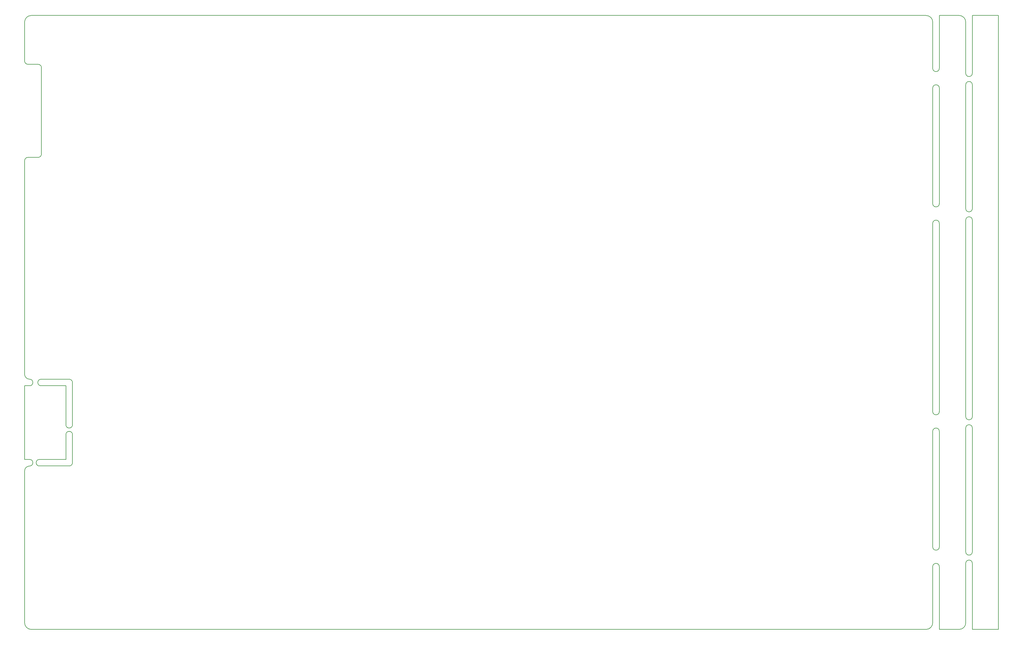
<source format=gm1>
G04 #@! TF.GenerationSoftware,KiCad,Pcbnew,no-vcs-found-1e87ae6~58~ubuntu14.04.1*
G04 #@! TF.CreationDate,2017-07-03T13:26:03+09:00*
G04 #@! TF.ProjectId,dotmatrix_64x48,646F746D61747269785F36347834382E,rev?*
G04 #@! TF.SameCoordinates,Original
G04 #@! TF.FileFunction,Profile,NP*
%FSLAX46Y46*%
G04 Gerber Fmt 4.6, Leading zero omitted, Abs format (unit mm)*
G04 Created by KiCad (PCBNEW no-vcs-found-1e87ae6~58~ubuntu14.04.1) date Mon Jul  3 13:26:03 2017*
%MOMM*%
%LPD*%
G01*
G04 APERTURE LIST*
%ADD10C,0.100000*%
%ADD11C,0.150000*%
G04 APERTURE END LIST*
D10*
D11*
X295000000Y-198000000D02*
G75*
G03X297000000Y-196000000I0J2000000D01*
G01*
X297000000Y-14000000D02*
G75*
G03X295000000Y-12000000I-2000000J0D01*
G01*
X295000000Y-198000000D02*
X289000000Y-198000000D01*
X289000000Y-198000000D02*
X289000000Y-179000000D01*
X295000000Y-12000000D02*
X289000000Y-12000000D01*
X289000000Y-12000000D02*
X289000000Y-28000000D01*
X287000000Y-28000000D02*
G75*
G03X289000000Y-28000000I1000000J0D01*
G01*
X289000000Y-179000000D02*
G75*
G03X287000000Y-179000000I-1000000J0D01*
G01*
X289000000Y-173000000D02*
X289000000Y-157500000D01*
X287000000Y-173000000D02*
G75*
G03X289000000Y-173000000I1000000J0D01*
G01*
X289000000Y-138000000D02*
G75*
G03X287000000Y-138000000I-1000000J0D01*
G01*
X289000000Y-154000000D02*
X289000000Y-138000000D01*
X289000000Y-154000000D02*
X289000000Y-157500000D01*
X289000000Y-157500000D02*
X289000000Y-157500000D01*
X289000000Y-116500000D02*
X289000000Y-116500000D01*
X289000000Y-113000000D02*
X289000000Y-116500000D01*
X289000000Y-113000000D02*
X289000000Y-96000000D01*
X287000000Y-132000000D02*
G75*
G03X289000000Y-132000000I1000000J0D01*
G01*
X289000000Y-132000000D02*
X289000000Y-116500000D01*
X289000000Y-50000000D02*
X289000000Y-53500000D01*
X289000000Y-69000000D02*
X289000000Y-53500000D01*
X287000000Y-69000000D02*
G75*
G03X289000000Y-69000000I1000000J0D01*
G01*
X289000000Y-50000000D02*
X289000000Y-34000000D01*
X289000000Y-34000000D02*
G75*
G03X287000000Y-34000000I-1000000J0D01*
G01*
X289000000Y-53500000D02*
X289000000Y-53500000D01*
X289000000Y-83000000D02*
X289000000Y-96000000D01*
X289000000Y-83000000D02*
X289000000Y-75000000D01*
X289000000Y-75000000D02*
G75*
G03X287000000Y-75000000I-1000000J0D01*
G01*
X289000000Y-86500000D02*
X289000000Y-86500000D01*
X297000000Y-196000000D02*
X297000000Y-178000000D01*
X297000000Y-14000000D02*
X297000000Y-29500000D01*
X297000000Y-174500000D02*
X297000000Y-157500000D01*
X297000000Y-154000000D02*
X297000000Y-137000000D01*
X297000000Y-154000000D02*
X297000000Y-157500000D01*
X297000000Y-157500000D02*
X297000000Y-157500000D01*
X297000000Y-116500000D02*
X297000000Y-116500000D01*
X297000000Y-113000000D02*
X297000000Y-116500000D01*
X297000000Y-113000000D02*
X297000000Y-96000000D01*
X297000000Y-133500000D02*
X297000000Y-116500000D01*
X297000000Y-50000000D02*
X297000000Y-53500000D01*
X297000000Y-70500000D02*
X297000000Y-53500000D01*
X297000000Y-50000000D02*
X297000000Y-33000000D01*
X297000000Y-53500000D02*
X297000000Y-53500000D01*
X297000000Y-83000000D02*
X297000000Y-96000000D01*
X297000000Y-83000000D02*
X297000000Y-74000000D01*
X297000000Y-86500000D02*
X297000000Y-86500000D01*
X299000000Y-86500000D02*
X299000000Y-86500000D01*
X299000000Y-74000000D02*
G75*
G03X297000000Y-74000000I-1000000J0D01*
G01*
X299000000Y-83000000D02*
X299000000Y-74000000D01*
X287000000Y-86500000D02*
X287000000Y-86500000D01*
X287000000Y-83000000D02*
X287000000Y-96000000D01*
X299000000Y-83000000D02*
X299000000Y-96000000D01*
X287000000Y-83000000D02*
X287000000Y-75000000D01*
X299000000Y-53500000D02*
X299000000Y-53500000D01*
X299000000Y-33000000D02*
G75*
G03X297000000Y-33000000I-1000000J0D01*
G01*
X299000000Y-50000000D02*
X299000000Y-33000000D01*
X297000000Y-70500000D02*
G75*
G03X299000000Y-70500000I1000000J0D01*
G01*
X287000000Y-53500000D02*
X287000000Y-53500000D01*
X299000000Y-70500000D02*
X299000000Y-53500000D01*
X287000000Y-50000000D02*
X287000000Y-53500000D01*
X299000000Y-50000000D02*
X299000000Y-53500000D01*
X287000000Y-69000000D02*
X287000000Y-53500000D01*
X287000000Y-50000000D02*
X287000000Y-34000000D01*
X299000000Y-133500000D02*
X299000000Y-116500000D01*
X297000000Y-133500000D02*
G75*
G03X299000000Y-133500000I1000000J0D01*
G01*
X287000000Y-113000000D02*
X287000000Y-116500000D01*
X287000000Y-132000000D02*
X287000000Y-116500000D01*
X287000000Y-113000000D02*
X287000000Y-96000000D01*
X299000000Y-113000000D02*
X299000000Y-96000000D01*
X299000000Y-113000000D02*
X299000000Y-116500000D01*
X299000000Y-116500000D02*
X299000000Y-116500000D01*
X287000000Y-116500000D02*
X287000000Y-116500000D01*
X299000000Y-157500000D02*
X299000000Y-157500000D01*
X299000000Y-154000000D02*
X299000000Y-157500000D01*
X287000000Y-157500000D02*
X287000000Y-157500000D01*
X287000000Y-154000000D02*
X287000000Y-157500000D01*
X299000000Y-154000000D02*
X299000000Y-137000000D01*
X287000000Y-154000000D02*
X287000000Y-138000000D01*
X299000000Y-137000000D02*
G75*
G03X297000000Y-137000000I-1000000J0D01*
G01*
X297000000Y-174500000D02*
G75*
G03X299000000Y-174500000I1000000J0D01*
G01*
X299000000Y-174500000D02*
X299000000Y-157500000D01*
X287000000Y-173000000D02*
X287000000Y-157500000D01*
X299000000Y-178000000D02*
G75*
G03X297000000Y-178000000I-1000000J0D01*
G01*
X297000000Y-29500000D02*
G75*
G03X299000000Y-29500000I1000000J0D01*
G01*
X25500000Y-148500000D02*
G75*
G03X26500000Y-147500000I0J1000000D01*
G01*
X17000000Y-122200000D02*
G75*
G03X17000000Y-124200000I0J-1000000D01*
G01*
X13500000Y-124200000D02*
G75*
G03X13500000Y-122200000I0J1000000D01*
G01*
X26500000Y-123200000D02*
G75*
G03X25500000Y-122200000I-1000000J0D01*
G01*
X24500000Y-136000000D02*
G75*
G03X26500000Y-136000000I1000000J0D01*
G01*
X26500000Y-139000000D02*
G75*
G03X24500000Y-139000000I-1000000J0D01*
G01*
X16500000Y-146500000D02*
G75*
G03X16500000Y-148500000I0J-1000000D01*
G01*
X13500000Y-148500000D02*
G75*
G03X13500000Y-146500000I0J1000000D01*
G01*
X26500000Y-139000000D02*
X26500000Y-147500000D01*
X25500000Y-122200000D02*
X17000000Y-122200000D01*
X24500000Y-146500000D02*
X16500000Y-146500000D01*
X13500000Y-148500000D02*
G75*
G03X12000000Y-150000000I0J-1500000D01*
G01*
X12000000Y-120700000D02*
G75*
G03X13500000Y-122200000I1500000J0D01*
G01*
X299000000Y-12000000D02*
X299000000Y-29500000D01*
X306900000Y-12000000D02*
X299000000Y-12000000D01*
X24500000Y-124200000D02*
X24500000Y-136000000D01*
X26500000Y-136000000D02*
X26500000Y-123200000D01*
X13500000Y-146500000D02*
X12000000Y-146500000D01*
X24500000Y-124200000D02*
X17000000Y-124200000D01*
X12000000Y-150000000D02*
X12000000Y-196000000D01*
X12000000Y-124200000D02*
X12000000Y-146500000D01*
X13500000Y-124200000D02*
X12000000Y-124200000D01*
X24500000Y-139000000D02*
X24500000Y-146500000D01*
X16500000Y-148500000D02*
X25500000Y-148500000D01*
X306900000Y-59000000D02*
X306900000Y-12000000D01*
X12000000Y-25800000D02*
G75*
G03X13000000Y-26800000I1000000J0D01*
G01*
X16100000Y-26800000D02*
X13000000Y-26800000D01*
X17100000Y-27800000D02*
G75*
G03X16100000Y-26800000I-1000000J0D01*
G01*
X12000000Y-14000000D02*
X12000000Y-25800000D01*
X17100000Y-54000000D02*
X17100000Y-27800000D01*
X13000000Y-55000000D02*
X16100000Y-55000000D01*
X16100000Y-55000000D02*
G75*
G03X17100000Y-54000000I0J1000000D01*
G01*
X13000000Y-55000000D02*
G75*
G03X12000000Y-56000000I0J-1000000D01*
G01*
X14000000Y-12000000D02*
G75*
G03X12000000Y-14000000I0J-2000000D01*
G01*
X12000000Y-196000000D02*
G75*
G03X14000000Y-198000000I2000000J0D01*
G01*
X285000000Y-198000000D02*
G75*
G03X287000000Y-196000000I0J2000000D01*
G01*
X287000000Y-14000000D02*
G75*
G03X285000000Y-12000000I-2000000J0D01*
G01*
X306900000Y-198000000D02*
X306900000Y-59000000D01*
X287000000Y-179000000D02*
X287000000Y-196000000D01*
X287000000Y-14000000D02*
X287000000Y-28000000D01*
X299000000Y-198000000D02*
X299000000Y-178000000D01*
X306900000Y-198000000D02*
X299000000Y-198000000D01*
X12000000Y-120700000D02*
X12000000Y-56000000D01*
X285000000Y-198000000D02*
X14000000Y-198000000D01*
X14000000Y-12000000D02*
X285000000Y-12000000D01*
M02*

</source>
